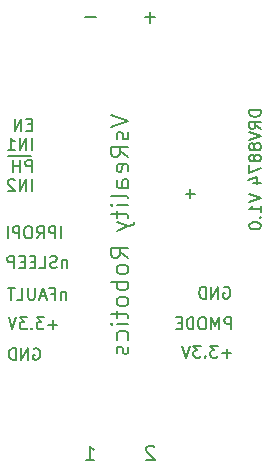
<source format=gbr>
%TF.GenerationSoftware,KiCad,Pcbnew,(7.0.0)*%
%TF.CreationDate,2023-05-21T11:30:13-07:00*%
%TF.ProjectId,DRV8874-breakout-board,44525638-3837-4342-9d62-7265616b6f75,rev?*%
%TF.SameCoordinates,Original*%
%TF.FileFunction,Legend,Bot*%
%TF.FilePolarity,Positive*%
%FSLAX46Y46*%
G04 Gerber Fmt 4.6, Leading zero omitted, Abs format (unit mm)*
G04 Created by KiCad (PCBNEW (7.0.0)) date 2023-05-21 11:30:13*
%MOMM*%
%LPD*%
G01*
G04 APERTURE LIST*
%ADD10C,0.150000*%
%ADD11C,0.160000*%
%ADD12C,0.180000*%
G04 APERTURE END LIST*
D10*
X123000000Y-89000000D02*
X121100000Y-89000000D01*
D11*
X127685714Y-114738857D02*
X128371428Y-114738857D01*
X128028571Y-114738857D02*
X128028571Y-113538857D01*
X128028571Y-113538857D02*
X128142857Y-113710285D01*
X128142857Y-113710285D02*
X128257142Y-113824571D01*
X128257142Y-113824571D02*
X128371428Y-113881714D01*
D10*
X125261904Y-103301428D02*
X124500000Y-103301428D01*
X124880952Y-103682380D02*
X124880952Y-102920476D01*
X124119047Y-102682380D02*
X123500000Y-102682380D01*
X123500000Y-102682380D02*
X123833333Y-103063333D01*
X123833333Y-103063333D02*
X123690476Y-103063333D01*
X123690476Y-103063333D02*
X123595238Y-103110952D01*
X123595238Y-103110952D02*
X123547619Y-103158571D01*
X123547619Y-103158571D02*
X123500000Y-103253809D01*
X123500000Y-103253809D02*
X123500000Y-103491904D01*
X123500000Y-103491904D02*
X123547619Y-103587142D01*
X123547619Y-103587142D02*
X123595238Y-103634761D01*
X123595238Y-103634761D02*
X123690476Y-103682380D01*
X123690476Y-103682380D02*
X123976190Y-103682380D01*
X123976190Y-103682380D02*
X124071428Y-103634761D01*
X124071428Y-103634761D02*
X124119047Y-103587142D01*
X123071428Y-103587142D02*
X123023809Y-103634761D01*
X123023809Y-103634761D02*
X123071428Y-103682380D01*
X123071428Y-103682380D02*
X123119047Y-103634761D01*
X123119047Y-103634761D02*
X123071428Y-103587142D01*
X123071428Y-103587142D02*
X123071428Y-103682380D01*
X122690476Y-102682380D02*
X122071429Y-102682380D01*
X122071429Y-102682380D02*
X122404762Y-103063333D01*
X122404762Y-103063333D02*
X122261905Y-103063333D01*
X122261905Y-103063333D02*
X122166667Y-103110952D01*
X122166667Y-103110952D02*
X122119048Y-103158571D01*
X122119048Y-103158571D02*
X122071429Y-103253809D01*
X122071429Y-103253809D02*
X122071429Y-103491904D01*
X122071429Y-103491904D02*
X122119048Y-103587142D01*
X122119048Y-103587142D02*
X122166667Y-103634761D01*
X122166667Y-103634761D02*
X122261905Y-103682380D01*
X122261905Y-103682380D02*
X122547619Y-103682380D01*
X122547619Y-103682380D02*
X122642857Y-103634761D01*
X122642857Y-103634761D02*
X122690476Y-103587142D01*
X121785714Y-102682380D02*
X121452381Y-103682380D01*
X121452381Y-103682380D02*
X121119048Y-102682380D01*
X123111904Y-90362380D02*
X123111904Y-89362380D01*
X123111904Y-89362380D02*
X122730952Y-89362380D01*
X122730952Y-89362380D02*
X122635714Y-89410000D01*
X122635714Y-89410000D02*
X122588095Y-89457619D01*
X122588095Y-89457619D02*
X122540476Y-89552857D01*
X122540476Y-89552857D02*
X122540476Y-89695714D01*
X122540476Y-89695714D02*
X122588095Y-89790952D01*
X122588095Y-89790952D02*
X122635714Y-89838571D01*
X122635714Y-89838571D02*
X122730952Y-89886190D01*
X122730952Y-89886190D02*
X123111904Y-89886190D01*
X122111904Y-90362380D02*
X122111904Y-89362380D01*
X122111904Y-89838571D02*
X121540476Y-89838571D01*
X121540476Y-90362380D02*
X121540476Y-89362380D01*
X123111904Y-91982380D02*
X123111904Y-90982380D01*
X122635714Y-91982380D02*
X122635714Y-90982380D01*
X122635714Y-90982380D02*
X122064286Y-91982380D01*
X122064286Y-91982380D02*
X122064286Y-90982380D01*
X121635714Y-91077619D02*
X121588095Y-91030000D01*
X121588095Y-91030000D02*
X121492857Y-90982380D01*
X121492857Y-90982380D02*
X121254762Y-90982380D01*
X121254762Y-90982380D02*
X121159524Y-91030000D01*
X121159524Y-91030000D02*
X121111905Y-91077619D01*
X121111905Y-91077619D02*
X121064286Y-91172857D01*
X121064286Y-91172857D02*
X121064286Y-91268095D01*
X121064286Y-91268095D02*
X121111905Y-91410952D01*
X121111905Y-91410952D02*
X121683333Y-91982380D01*
X121683333Y-91982380D02*
X121064286Y-91982380D01*
X125961904Y-100515714D02*
X125961904Y-101182380D01*
X125961904Y-100610952D02*
X125914285Y-100563333D01*
X125914285Y-100563333D02*
X125819047Y-100515714D01*
X125819047Y-100515714D02*
X125676190Y-100515714D01*
X125676190Y-100515714D02*
X125580952Y-100563333D01*
X125580952Y-100563333D02*
X125533333Y-100658571D01*
X125533333Y-100658571D02*
X125533333Y-101182380D01*
X124723809Y-100658571D02*
X125057142Y-100658571D01*
X125057142Y-101182380D02*
X125057142Y-100182380D01*
X125057142Y-100182380D02*
X124580952Y-100182380D01*
X124247618Y-100896666D02*
X123771428Y-100896666D01*
X124342856Y-101182380D02*
X124009523Y-100182380D01*
X124009523Y-100182380D02*
X123676190Y-101182380D01*
X123342856Y-100182380D02*
X123342856Y-100991904D01*
X123342856Y-100991904D02*
X123295237Y-101087142D01*
X123295237Y-101087142D02*
X123247618Y-101134761D01*
X123247618Y-101134761D02*
X123152380Y-101182380D01*
X123152380Y-101182380D02*
X122961904Y-101182380D01*
X122961904Y-101182380D02*
X122866666Y-101134761D01*
X122866666Y-101134761D02*
X122819047Y-101087142D01*
X122819047Y-101087142D02*
X122771428Y-100991904D01*
X122771428Y-100991904D02*
X122771428Y-100182380D01*
X121819047Y-101182380D02*
X122295237Y-101182380D01*
X122295237Y-101182380D02*
X122295237Y-100182380D01*
X121628570Y-100182380D02*
X121057142Y-100182380D01*
X121342856Y-101182380D02*
X121342856Y-100182380D01*
D11*
X127635714Y-77281714D02*
X128550000Y-77281714D01*
D10*
X125561904Y-95982380D02*
X125561904Y-94982380D01*
X125085714Y-95982380D02*
X125085714Y-94982380D01*
X125085714Y-94982380D02*
X124704762Y-94982380D01*
X124704762Y-94982380D02*
X124609524Y-95030000D01*
X124609524Y-95030000D02*
X124561905Y-95077619D01*
X124561905Y-95077619D02*
X124514286Y-95172857D01*
X124514286Y-95172857D02*
X124514286Y-95315714D01*
X124514286Y-95315714D02*
X124561905Y-95410952D01*
X124561905Y-95410952D02*
X124609524Y-95458571D01*
X124609524Y-95458571D02*
X124704762Y-95506190D01*
X124704762Y-95506190D02*
X125085714Y-95506190D01*
X123514286Y-95982380D02*
X123847619Y-95506190D01*
X124085714Y-95982380D02*
X124085714Y-94982380D01*
X124085714Y-94982380D02*
X123704762Y-94982380D01*
X123704762Y-94982380D02*
X123609524Y-95030000D01*
X123609524Y-95030000D02*
X123561905Y-95077619D01*
X123561905Y-95077619D02*
X123514286Y-95172857D01*
X123514286Y-95172857D02*
X123514286Y-95315714D01*
X123514286Y-95315714D02*
X123561905Y-95410952D01*
X123561905Y-95410952D02*
X123609524Y-95458571D01*
X123609524Y-95458571D02*
X123704762Y-95506190D01*
X123704762Y-95506190D02*
X124085714Y-95506190D01*
X122895238Y-94982380D02*
X122704762Y-94982380D01*
X122704762Y-94982380D02*
X122609524Y-95030000D01*
X122609524Y-95030000D02*
X122514286Y-95125238D01*
X122514286Y-95125238D02*
X122466667Y-95315714D01*
X122466667Y-95315714D02*
X122466667Y-95649047D01*
X122466667Y-95649047D02*
X122514286Y-95839523D01*
X122514286Y-95839523D02*
X122609524Y-95934761D01*
X122609524Y-95934761D02*
X122704762Y-95982380D01*
X122704762Y-95982380D02*
X122895238Y-95982380D01*
X122895238Y-95982380D02*
X122990476Y-95934761D01*
X122990476Y-95934761D02*
X123085714Y-95839523D01*
X123085714Y-95839523D02*
X123133333Y-95649047D01*
X123133333Y-95649047D02*
X123133333Y-95315714D01*
X123133333Y-95315714D02*
X123085714Y-95125238D01*
X123085714Y-95125238D02*
X122990476Y-95030000D01*
X122990476Y-95030000D02*
X122895238Y-94982380D01*
X122038095Y-95982380D02*
X122038095Y-94982380D01*
X122038095Y-94982380D02*
X121657143Y-94982380D01*
X121657143Y-94982380D02*
X121561905Y-95030000D01*
X121561905Y-95030000D02*
X121514286Y-95077619D01*
X121514286Y-95077619D02*
X121466667Y-95172857D01*
X121466667Y-95172857D02*
X121466667Y-95315714D01*
X121466667Y-95315714D02*
X121514286Y-95410952D01*
X121514286Y-95410952D02*
X121561905Y-95458571D01*
X121561905Y-95458571D02*
X121657143Y-95506190D01*
X121657143Y-95506190D02*
X122038095Y-95506190D01*
X121038095Y-95982380D02*
X121038095Y-94982380D01*
D11*
X132635714Y-77281714D02*
X133550000Y-77281714D01*
X133092857Y-77738857D02*
X133092857Y-76824571D01*
D10*
X142482380Y-85138095D02*
X141482380Y-85138095D01*
X141482380Y-85138095D02*
X141482380Y-85376190D01*
X141482380Y-85376190D02*
X141530000Y-85519047D01*
X141530000Y-85519047D02*
X141625238Y-85614285D01*
X141625238Y-85614285D02*
X141720476Y-85661904D01*
X141720476Y-85661904D02*
X141910952Y-85709523D01*
X141910952Y-85709523D02*
X142053809Y-85709523D01*
X142053809Y-85709523D02*
X142244285Y-85661904D01*
X142244285Y-85661904D02*
X142339523Y-85614285D01*
X142339523Y-85614285D02*
X142434761Y-85519047D01*
X142434761Y-85519047D02*
X142482380Y-85376190D01*
X142482380Y-85376190D02*
X142482380Y-85138095D01*
X142482380Y-86709523D02*
X142006190Y-86376190D01*
X142482380Y-86138095D02*
X141482380Y-86138095D01*
X141482380Y-86138095D02*
X141482380Y-86519047D01*
X141482380Y-86519047D02*
X141530000Y-86614285D01*
X141530000Y-86614285D02*
X141577619Y-86661904D01*
X141577619Y-86661904D02*
X141672857Y-86709523D01*
X141672857Y-86709523D02*
X141815714Y-86709523D01*
X141815714Y-86709523D02*
X141910952Y-86661904D01*
X141910952Y-86661904D02*
X141958571Y-86614285D01*
X141958571Y-86614285D02*
X142006190Y-86519047D01*
X142006190Y-86519047D02*
X142006190Y-86138095D01*
X141482380Y-86995238D02*
X142482380Y-87328571D01*
X142482380Y-87328571D02*
X141482380Y-87661904D01*
X141910952Y-88138095D02*
X141863333Y-88042857D01*
X141863333Y-88042857D02*
X141815714Y-87995238D01*
X141815714Y-87995238D02*
X141720476Y-87947619D01*
X141720476Y-87947619D02*
X141672857Y-87947619D01*
X141672857Y-87947619D02*
X141577619Y-87995238D01*
X141577619Y-87995238D02*
X141530000Y-88042857D01*
X141530000Y-88042857D02*
X141482380Y-88138095D01*
X141482380Y-88138095D02*
X141482380Y-88328571D01*
X141482380Y-88328571D02*
X141530000Y-88423809D01*
X141530000Y-88423809D02*
X141577619Y-88471428D01*
X141577619Y-88471428D02*
X141672857Y-88519047D01*
X141672857Y-88519047D02*
X141720476Y-88519047D01*
X141720476Y-88519047D02*
X141815714Y-88471428D01*
X141815714Y-88471428D02*
X141863333Y-88423809D01*
X141863333Y-88423809D02*
X141910952Y-88328571D01*
X141910952Y-88328571D02*
X141910952Y-88138095D01*
X141910952Y-88138095D02*
X141958571Y-88042857D01*
X141958571Y-88042857D02*
X142006190Y-87995238D01*
X142006190Y-87995238D02*
X142101428Y-87947619D01*
X142101428Y-87947619D02*
X142291904Y-87947619D01*
X142291904Y-87947619D02*
X142387142Y-87995238D01*
X142387142Y-87995238D02*
X142434761Y-88042857D01*
X142434761Y-88042857D02*
X142482380Y-88138095D01*
X142482380Y-88138095D02*
X142482380Y-88328571D01*
X142482380Y-88328571D02*
X142434761Y-88423809D01*
X142434761Y-88423809D02*
X142387142Y-88471428D01*
X142387142Y-88471428D02*
X142291904Y-88519047D01*
X142291904Y-88519047D02*
X142101428Y-88519047D01*
X142101428Y-88519047D02*
X142006190Y-88471428D01*
X142006190Y-88471428D02*
X141958571Y-88423809D01*
X141958571Y-88423809D02*
X141910952Y-88328571D01*
X141910952Y-89090476D02*
X141863333Y-88995238D01*
X141863333Y-88995238D02*
X141815714Y-88947619D01*
X141815714Y-88947619D02*
X141720476Y-88900000D01*
X141720476Y-88900000D02*
X141672857Y-88900000D01*
X141672857Y-88900000D02*
X141577619Y-88947619D01*
X141577619Y-88947619D02*
X141530000Y-88995238D01*
X141530000Y-88995238D02*
X141482380Y-89090476D01*
X141482380Y-89090476D02*
X141482380Y-89280952D01*
X141482380Y-89280952D02*
X141530000Y-89376190D01*
X141530000Y-89376190D02*
X141577619Y-89423809D01*
X141577619Y-89423809D02*
X141672857Y-89471428D01*
X141672857Y-89471428D02*
X141720476Y-89471428D01*
X141720476Y-89471428D02*
X141815714Y-89423809D01*
X141815714Y-89423809D02*
X141863333Y-89376190D01*
X141863333Y-89376190D02*
X141910952Y-89280952D01*
X141910952Y-89280952D02*
X141910952Y-89090476D01*
X141910952Y-89090476D02*
X141958571Y-88995238D01*
X141958571Y-88995238D02*
X142006190Y-88947619D01*
X142006190Y-88947619D02*
X142101428Y-88900000D01*
X142101428Y-88900000D02*
X142291904Y-88900000D01*
X142291904Y-88900000D02*
X142387142Y-88947619D01*
X142387142Y-88947619D02*
X142434761Y-88995238D01*
X142434761Y-88995238D02*
X142482380Y-89090476D01*
X142482380Y-89090476D02*
X142482380Y-89280952D01*
X142482380Y-89280952D02*
X142434761Y-89376190D01*
X142434761Y-89376190D02*
X142387142Y-89423809D01*
X142387142Y-89423809D02*
X142291904Y-89471428D01*
X142291904Y-89471428D02*
X142101428Y-89471428D01*
X142101428Y-89471428D02*
X142006190Y-89423809D01*
X142006190Y-89423809D02*
X141958571Y-89376190D01*
X141958571Y-89376190D02*
X141910952Y-89280952D01*
X141482380Y-89804762D02*
X141482380Y-90471428D01*
X141482380Y-90471428D02*
X142482380Y-90042857D01*
X141815714Y-91280952D02*
X142482380Y-91280952D01*
X141434761Y-91042857D02*
X142149047Y-90804762D01*
X142149047Y-90804762D02*
X142149047Y-91423809D01*
X141482380Y-92261905D02*
X142482380Y-92595238D01*
X142482380Y-92595238D02*
X141482380Y-92928571D01*
X142482380Y-93785714D02*
X142482380Y-93214286D01*
X142482380Y-93500000D02*
X141482380Y-93500000D01*
X141482380Y-93500000D02*
X141625238Y-93404762D01*
X141625238Y-93404762D02*
X141720476Y-93309524D01*
X141720476Y-93309524D02*
X141768095Y-93214286D01*
X142387142Y-94214286D02*
X142434761Y-94261905D01*
X142434761Y-94261905D02*
X142482380Y-94214286D01*
X142482380Y-94214286D02*
X142434761Y-94166667D01*
X142434761Y-94166667D02*
X142387142Y-94214286D01*
X142387142Y-94214286D02*
X142482380Y-94214286D01*
X141482380Y-94880952D02*
X141482380Y-94976190D01*
X141482380Y-94976190D02*
X141530000Y-95071428D01*
X141530000Y-95071428D02*
X141577619Y-95119047D01*
X141577619Y-95119047D02*
X141672857Y-95166666D01*
X141672857Y-95166666D02*
X141863333Y-95214285D01*
X141863333Y-95214285D02*
X142101428Y-95214285D01*
X142101428Y-95214285D02*
X142291904Y-95166666D01*
X142291904Y-95166666D02*
X142387142Y-95119047D01*
X142387142Y-95119047D02*
X142434761Y-95071428D01*
X142434761Y-95071428D02*
X142482380Y-94976190D01*
X142482380Y-94976190D02*
X142482380Y-94880952D01*
X142482380Y-94880952D02*
X142434761Y-94785714D01*
X142434761Y-94785714D02*
X142387142Y-94738095D01*
X142387142Y-94738095D02*
X142291904Y-94690476D01*
X142291904Y-94690476D02*
X142101428Y-94642857D01*
X142101428Y-94642857D02*
X141863333Y-94642857D01*
X141863333Y-94642857D02*
X141672857Y-94690476D01*
X141672857Y-94690476D02*
X141577619Y-94738095D01*
X141577619Y-94738095D02*
X141530000Y-94785714D01*
X141530000Y-94785714D02*
X141482380Y-94880952D01*
X136138095Y-92201428D02*
X136900000Y-92201428D01*
X136519047Y-92582380D02*
X136519047Y-91820476D01*
D11*
X133471428Y-113653142D02*
X133414285Y-113596000D01*
X133414285Y-113596000D02*
X133300000Y-113538857D01*
X133300000Y-113538857D02*
X133014285Y-113538857D01*
X133014285Y-113538857D02*
X132900000Y-113596000D01*
X132900000Y-113596000D02*
X132842857Y-113653142D01*
X132842857Y-113653142D02*
X132785714Y-113767428D01*
X132785714Y-113767428D02*
X132785714Y-113881714D01*
X132785714Y-113881714D02*
X132842857Y-114053142D01*
X132842857Y-114053142D02*
X133528571Y-114738857D01*
X133528571Y-114738857D02*
X132785714Y-114738857D01*
D10*
X139338095Y-100130000D02*
X139433333Y-100082380D01*
X139433333Y-100082380D02*
X139576190Y-100082380D01*
X139576190Y-100082380D02*
X139719047Y-100130000D01*
X139719047Y-100130000D02*
X139814285Y-100225238D01*
X139814285Y-100225238D02*
X139861904Y-100320476D01*
X139861904Y-100320476D02*
X139909523Y-100510952D01*
X139909523Y-100510952D02*
X139909523Y-100653809D01*
X139909523Y-100653809D02*
X139861904Y-100844285D01*
X139861904Y-100844285D02*
X139814285Y-100939523D01*
X139814285Y-100939523D02*
X139719047Y-101034761D01*
X139719047Y-101034761D02*
X139576190Y-101082380D01*
X139576190Y-101082380D02*
X139480952Y-101082380D01*
X139480952Y-101082380D02*
X139338095Y-101034761D01*
X139338095Y-101034761D02*
X139290476Y-100987142D01*
X139290476Y-100987142D02*
X139290476Y-100653809D01*
X139290476Y-100653809D02*
X139480952Y-100653809D01*
X138861904Y-101082380D02*
X138861904Y-100082380D01*
X138861904Y-100082380D02*
X138290476Y-101082380D01*
X138290476Y-101082380D02*
X138290476Y-100082380D01*
X137814285Y-101082380D02*
X137814285Y-100082380D01*
X137814285Y-100082380D02*
X137576190Y-100082380D01*
X137576190Y-100082380D02*
X137433333Y-100130000D01*
X137433333Y-100130000D02*
X137338095Y-100225238D01*
X137338095Y-100225238D02*
X137290476Y-100320476D01*
X137290476Y-100320476D02*
X137242857Y-100510952D01*
X137242857Y-100510952D02*
X137242857Y-100653809D01*
X137242857Y-100653809D02*
X137290476Y-100844285D01*
X137290476Y-100844285D02*
X137338095Y-100939523D01*
X137338095Y-100939523D02*
X137433333Y-101034761D01*
X137433333Y-101034761D02*
X137576190Y-101082380D01*
X137576190Y-101082380D02*
X137814285Y-101082380D01*
X123111904Y-86338571D02*
X122778571Y-86338571D01*
X122635714Y-86862380D02*
X123111904Y-86862380D01*
X123111904Y-86862380D02*
X123111904Y-85862380D01*
X123111904Y-85862380D02*
X122635714Y-85862380D01*
X122207142Y-86862380D02*
X122207142Y-85862380D01*
X122207142Y-85862380D02*
X121635714Y-86862380D01*
X121635714Y-86862380D02*
X121635714Y-85862380D01*
X123111904Y-88482380D02*
X123111904Y-87482380D01*
X122635714Y-88482380D02*
X122635714Y-87482380D01*
X122635714Y-87482380D02*
X122064286Y-88482380D01*
X122064286Y-88482380D02*
X122064286Y-87482380D01*
X121064286Y-88482380D02*
X121635714Y-88482380D01*
X121350000Y-88482380D02*
X121350000Y-87482380D01*
X121350000Y-87482380D02*
X121445238Y-87625238D01*
X121445238Y-87625238D02*
X121540476Y-87720476D01*
X121540476Y-87720476D02*
X121635714Y-87768095D01*
X139961904Y-103682380D02*
X139961904Y-102682380D01*
X139961904Y-102682380D02*
X139580952Y-102682380D01*
X139580952Y-102682380D02*
X139485714Y-102730000D01*
X139485714Y-102730000D02*
X139438095Y-102777619D01*
X139438095Y-102777619D02*
X139390476Y-102872857D01*
X139390476Y-102872857D02*
X139390476Y-103015714D01*
X139390476Y-103015714D02*
X139438095Y-103110952D01*
X139438095Y-103110952D02*
X139485714Y-103158571D01*
X139485714Y-103158571D02*
X139580952Y-103206190D01*
X139580952Y-103206190D02*
X139961904Y-103206190D01*
X138961904Y-103682380D02*
X138961904Y-102682380D01*
X138961904Y-102682380D02*
X138628571Y-103396666D01*
X138628571Y-103396666D02*
X138295238Y-102682380D01*
X138295238Y-102682380D02*
X138295238Y-103682380D01*
X137628571Y-102682380D02*
X137438095Y-102682380D01*
X137438095Y-102682380D02*
X137342857Y-102730000D01*
X137342857Y-102730000D02*
X137247619Y-102825238D01*
X137247619Y-102825238D02*
X137200000Y-103015714D01*
X137200000Y-103015714D02*
X137200000Y-103349047D01*
X137200000Y-103349047D02*
X137247619Y-103539523D01*
X137247619Y-103539523D02*
X137342857Y-103634761D01*
X137342857Y-103634761D02*
X137438095Y-103682380D01*
X137438095Y-103682380D02*
X137628571Y-103682380D01*
X137628571Y-103682380D02*
X137723809Y-103634761D01*
X137723809Y-103634761D02*
X137819047Y-103539523D01*
X137819047Y-103539523D02*
X137866666Y-103349047D01*
X137866666Y-103349047D02*
X137866666Y-103015714D01*
X137866666Y-103015714D02*
X137819047Y-102825238D01*
X137819047Y-102825238D02*
X137723809Y-102730000D01*
X137723809Y-102730000D02*
X137628571Y-102682380D01*
X136771428Y-103682380D02*
X136771428Y-102682380D01*
X136771428Y-102682380D02*
X136533333Y-102682380D01*
X136533333Y-102682380D02*
X136390476Y-102730000D01*
X136390476Y-102730000D02*
X136295238Y-102825238D01*
X136295238Y-102825238D02*
X136247619Y-102920476D01*
X136247619Y-102920476D02*
X136200000Y-103110952D01*
X136200000Y-103110952D02*
X136200000Y-103253809D01*
X136200000Y-103253809D02*
X136247619Y-103444285D01*
X136247619Y-103444285D02*
X136295238Y-103539523D01*
X136295238Y-103539523D02*
X136390476Y-103634761D01*
X136390476Y-103634761D02*
X136533333Y-103682380D01*
X136533333Y-103682380D02*
X136771428Y-103682380D01*
X135771428Y-103158571D02*
X135438095Y-103158571D01*
X135295238Y-103682380D02*
X135771428Y-103682380D01*
X135771428Y-103682380D02*
X135771428Y-102682380D01*
X135771428Y-102682380D02*
X135295238Y-102682380D01*
X123238095Y-105330000D02*
X123333333Y-105282380D01*
X123333333Y-105282380D02*
X123476190Y-105282380D01*
X123476190Y-105282380D02*
X123619047Y-105330000D01*
X123619047Y-105330000D02*
X123714285Y-105425238D01*
X123714285Y-105425238D02*
X123761904Y-105520476D01*
X123761904Y-105520476D02*
X123809523Y-105710952D01*
X123809523Y-105710952D02*
X123809523Y-105853809D01*
X123809523Y-105853809D02*
X123761904Y-106044285D01*
X123761904Y-106044285D02*
X123714285Y-106139523D01*
X123714285Y-106139523D02*
X123619047Y-106234761D01*
X123619047Y-106234761D02*
X123476190Y-106282380D01*
X123476190Y-106282380D02*
X123380952Y-106282380D01*
X123380952Y-106282380D02*
X123238095Y-106234761D01*
X123238095Y-106234761D02*
X123190476Y-106187142D01*
X123190476Y-106187142D02*
X123190476Y-105853809D01*
X123190476Y-105853809D02*
X123380952Y-105853809D01*
X122761904Y-106282380D02*
X122761904Y-105282380D01*
X122761904Y-105282380D02*
X122190476Y-106282380D01*
X122190476Y-106282380D02*
X122190476Y-105282380D01*
X121714285Y-106282380D02*
X121714285Y-105282380D01*
X121714285Y-105282380D02*
X121476190Y-105282380D01*
X121476190Y-105282380D02*
X121333333Y-105330000D01*
X121333333Y-105330000D02*
X121238095Y-105425238D01*
X121238095Y-105425238D02*
X121190476Y-105520476D01*
X121190476Y-105520476D02*
X121142857Y-105710952D01*
X121142857Y-105710952D02*
X121142857Y-105853809D01*
X121142857Y-105853809D02*
X121190476Y-106044285D01*
X121190476Y-106044285D02*
X121238095Y-106139523D01*
X121238095Y-106139523D02*
X121333333Y-106234761D01*
X121333333Y-106234761D02*
X121476190Y-106282380D01*
X121476190Y-106282380D02*
X121714285Y-106282380D01*
X126061904Y-97815714D02*
X126061904Y-98482380D01*
X126061904Y-97910952D02*
X126014285Y-97863333D01*
X126014285Y-97863333D02*
X125919047Y-97815714D01*
X125919047Y-97815714D02*
X125776190Y-97815714D01*
X125776190Y-97815714D02*
X125680952Y-97863333D01*
X125680952Y-97863333D02*
X125633333Y-97958571D01*
X125633333Y-97958571D02*
X125633333Y-98482380D01*
X125204761Y-98434761D02*
X125061904Y-98482380D01*
X125061904Y-98482380D02*
X124823809Y-98482380D01*
X124823809Y-98482380D02*
X124728571Y-98434761D01*
X124728571Y-98434761D02*
X124680952Y-98387142D01*
X124680952Y-98387142D02*
X124633333Y-98291904D01*
X124633333Y-98291904D02*
X124633333Y-98196666D01*
X124633333Y-98196666D02*
X124680952Y-98101428D01*
X124680952Y-98101428D02*
X124728571Y-98053809D01*
X124728571Y-98053809D02*
X124823809Y-98006190D01*
X124823809Y-98006190D02*
X125014285Y-97958571D01*
X125014285Y-97958571D02*
X125109523Y-97910952D01*
X125109523Y-97910952D02*
X125157142Y-97863333D01*
X125157142Y-97863333D02*
X125204761Y-97768095D01*
X125204761Y-97768095D02*
X125204761Y-97672857D01*
X125204761Y-97672857D02*
X125157142Y-97577619D01*
X125157142Y-97577619D02*
X125109523Y-97530000D01*
X125109523Y-97530000D02*
X125014285Y-97482380D01*
X125014285Y-97482380D02*
X124776190Y-97482380D01*
X124776190Y-97482380D02*
X124633333Y-97530000D01*
X123728571Y-98482380D02*
X124204761Y-98482380D01*
X124204761Y-98482380D02*
X124204761Y-97482380D01*
X123395237Y-97958571D02*
X123061904Y-97958571D01*
X122919047Y-98482380D02*
X123395237Y-98482380D01*
X123395237Y-98482380D02*
X123395237Y-97482380D01*
X123395237Y-97482380D02*
X122919047Y-97482380D01*
X122490475Y-97958571D02*
X122157142Y-97958571D01*
X122014285Y-98482380D02*
X122490475Y-98482380D01*
X122490475Y-98482380D02*
X122490475Y-97482380D01*
X122490475Y-97482380D02*
X122014285Y-97482380D01*
X121585713Y-98482380D02*
X121585713Y-97482380D01*
X121585713Y-97482380D02*
X121204761Y-97482380D01*
X121204761Y-97482380D02*
X121109523Y-97530000D01*
X121109523Y-97530000D02*
X121061904Y-97577619D01*
X121061904Y-97577619D02*
X121014285Y-97672857D01*
X121014285Y-97672857D02*
X121014285Y-97815714D01*
X121014285Y-97815714D02*
X121061904Y-97910952D01*
X121061904Y-97910952D02*
X121109523Y-97958571D01*
X121109523Y-97958571D02*
X121204761Y-98006190D01*
X121204761Y-98006190D02*
X121585713Y-98006190D01*
X139961904Y-105701428D02*
X139200000Y-105701428D01*
X139580952Y-106082380D02*
X139580952Y-105320476D01*
X138819047Y-105082380D02*
X138200000Y-105082380D01*
X138200000Y-105082380D02*
X138533333Y-105463333D01*
X138533333Y-105463333D02*
X138390476Y-105463333D01*
X138390476Y-105463333D02*
X138295238Y-105510952D01*
X138295238Y-105510952D02*
X138247619Y-105558571D01*
X138247619Y-105558571D02*
X138200000Y-105653809D01*
X138200000Y-105653809D02*
X138200000Y-105891904D01*
X138200000Y-105891904D02*
X138247619Y-105987142D01*
X138247619Y-105987142D02*
X138295238Y-106034761D01*
X138295238Y-106034761D02*
X138390476Y-106082380D01*
X138390476Y-106082380D02*
X138676190Y-106082380D01*
X138676190Y-106082380D02*
X138771428Y-106034761D01*
X138771428Y-106034761D02*
X138819047Y-105987142D01*
X137771428Y-105987142D02*
X137723809Y-106034761D01*
X137723809Y-106034761D02*
X137771428Y-106082380D01*
X137771428Y-106082380D02*
X137819047Y-106034761D01*
X137819047Y-106034761D02*
X137771428Y-105987142D01*
X137771428Y-105987142D02*
X137771428Y-106082380D01*
X137390476Y-105082380D02*
X136771429Y-105082380D01*
X136771429Y-105082380D02*
X137104762Y-105463333D01*
X137104762Y-105463333D02*
X136961905Y-105463333D01*
X136961905Y-105463333D02*
X136866667Y-105510952D01*
X136866667Y-105510952D02*
X136819048Y-105558571D01*
X136819048Y-105558571D02*
X136771429Y-105653809D01*
X136771429Y-105653809D02*
X136771429Y-105891904D01*
X136771429Y-105891904D02*
X136819048Y-105987142D01*
X136819048Y-105987142D02*
X136866667Y-106034761D01*
X136866667Y-106034761D02*
X136961905Y-106082380D01*
X136961905Y-106082380D02*
X137247619Y-106082380D01*
X137247619Y-106082380D02*
X137342857Y-106034761D01*
X137342857Y-106034761D02*
X137390476Y-105987142D01*
X136485714Y-105082380D02*
X136152381Y-106082380D01*
X136152381Y-106082380D02*
X135819048Y-105082380D01*
D12*
X129773571Y-85542857D02*
X131273571Y-86042857D01*
X131273571Y-86042857D02*
X129773571Y-86542857D01*
X131202142Y-86971428D02*
X131273571Y-87114285D01*
X131273571Y-87114285D02*
X131273571Y-87399999D01*
X131273571Y-87399999D02*
X131202142Y-87542856D01*
X131202142Y-87542856D02*
X131059285Y-87614285D01*
X131059285Y-87614285D02*
X130987857Y-87614285D01*
X130987857Y-87614285D02*
X130845000Y-87542856D01*
X130845000Y-87542856D02*
X130773571Y-87399999D01*
X130773571Y-87399999D02*
X130773571Y-87185714D01*
X130773571Y-87185714D02*
X130702142Y-87042856D01*
X130702142Y-87042856D02*
X130559285Y-86971428D01*
X130559285Y-86971428D02*
X130487857Y-86971428D01*
X130487857Y-86971428D02*
X130345000Y-87042856D01*
X130345000Y-87042856D02*
X130273571Y-87185714D01*
X130273571Y-87185714D02*
X130273571Y-87399999D01*
X130273571Y-87399999D02*
X130345000Y-87542856D01*
X131273571Y-89114285D02*
X130559285Y-88614285D01*
X131273571Y-88257142D02*
X129773571Y-88257142D01*
X129773571Y-88257142D02*
X129773571Y-88828571D01*
X129773571Y-88828571D02*
X129845000Y-88971428D01*
X129845000Y-88971428D02*
X129916428Y-89042857D01*
X129916428Y-89042857D02*
X130059285Y-89114285D01*
X130059285Y-89114285D02*
X130273571Y-89114285D01*
X130273571Y-89114285D02*
X130416428Y-89042857D01*
X130416428Y-89042857D02*
X130487857Y-88971428D01*
X130487857Y-88971428D02*
X130559285Y-88828571D01*
X130559285Y-88828571D02*
X130559285Y-88257142D01*
X131202142Y-90328571D02*
X131273571Y-90185714D01*
X131273571Y-90185714D02*
X131273571Y-89900000D01*
X131273571Y-89900000D02*
X131202142Y-89757142D01*
X131202142Y-89757142D02*
X131059285Y-89685714D01*
X131059285Y-89685714D02*
X130487857Y-89685714D01*
X130487857Y-89685714D02*
X130345000Y-89757142D01*
X130345000Y-89757142D02*
X130273571Y-89900000D01*
X130273571Y-89900000D02*
X130273571Y-90185714D01*
X130273571Y-90185714D02*
X130345000Y-90328571D01*
X130345000Y-90328571D02*
X130487857Y-90400000D01*
X130487857Y-90400000D02*
X130630714Y-90400000D01*
X130630714Y-90400000D02*
X130773571Y-89685714D01*
X131273571Y-91685714D02*
X130487857Y-91685714D01*
X130487857Y-91685714D02*
X130345000Y-91614285D01*
X130345000Y-91614285D02*
X130273571Y-91471428D01*
X130273571Y-91471428D02*
X130273571Y-91185714D01*
X130273571Y-91185714D02*
X130345000Y-91042856D01*
X131202142Y-91685714D02*
X131273571Y-91542856D01*
X131273571Y-91542856D02*
X131273571Y-91185714D01*
X131273571Y-91185714D02*
X131202142Y-91042856D01*
X131202142Y-91042856D02*
X131059285Y-90971428D01*
X131059285Y-90971428D02*
X130916428Y-90971428D01*
X130916428Y-90971428D02*
X130773571Y-91042856D01*
X130773571Y-91042856D02*
X130702142Y-91185714D01*
X130702142Y-91185714D02*
X130702142Y-91542856D01*
X130702142Y-91542856D02*
X130630714Y-91685714D01*
X131273571Y-92614285D02*
X131202142Y-92471428D01*
X131202142Y-92471428D02*
X131059285Y-92399999D01*
X131059285Y-92399999D02*
X129773571Y-92399999D01*
X131273571Y-93185713D02*
X130273571Y-93185713D01*
X129773571Y-93185713D02*
X129845000Y-93114285D01*
X129845000Y-93114285D02*
X129916428Y-93185713D01*
X129916428Y-93185713D02*
X129845000Y-93257142D01*
X129845000Y-93257142D02*
X129773571Y-93185713D01*
X129773571Y-93185713D02*
X129916428Y-93185713D01*
X130273571Y-93685714D02*
X130273571Y-94257142D01*
X129773571Y-93899999D02*
X131059285Y-93899999D01*
X131059285Y-93899999D02*
X131202142Y-93971428D01*
X131202142Y-93971428D02*
X131273571Y-94114285D01*
X131273571Y-94114285D02*
X131273571Y-94257142D01*
X130273571Y-94614285D02*
X131273571Y-94971428D01*
X130273571Y-95328571D02*
X131273571Y-94971428D01*
X131273571Y-94971428D02*
X131630714Y-94828571D01*
X131630714Y-94828571D02*
X131702142Y-94757142D01*
X131702142Y-94757142D02*
X131773571Y-94614285D01*
X131273571Y-97657142D02*
X130559285Y-97157142D01*
X131273571Y-96799999D02*
X129773571Y-96799999D01*
X129773571Y-96799999D02*
X129773571Y-97371428D01*
X129773571Y-97371428D02*
X129845000Y-97514285D01*
X129845000Y-97514285D02*
X129916428Y-97585714D01*
X129916428Y-97585714D02*
X130059285Y-97657142D01*
X130059285Y-97657142D02*
X130273571Y-97657142D01*
X130273571Y-97657142D02*
X130416428Y-97585714D01*
X130416428Y-97585714D02*
X130487857Y-97514285D01*
X130487857Y-97514285D02*
X130559285Y-97371428D01*
X130559285Y-97371428D02*
X130559285Y-96799999D01*
X131273571Y-98514285D02*
X131202142Y-98371428D01*
X131202142Y-98371428D02*
X131130714Y-98299999D01*
X131130714Y-98299999D02*
X130987857Y-98228571D01*
X130987857Y-98228571D02*
X130559285Y-98228571D01*
X130559285Y-98228571D02*
X130416428Y-98299999D01*
X130416428Y-98299999D02*
X130345000Y-98371428D01*
X130345000Y-98371428D02*
X130273571Y-98514285D01*
X130273571Y-98514285D02*
X130273571Y-98728571D01*
X130273571Y-98728571D02*
X130345000Y-98871428D01*
X130345000Y-98871428D02*
X130416428Y-98942857D01*
X130416428Y-98942857D02*
X130559285Y-99014285D01*
X130559285Y-99014285D02*
X130987857Y-99014285D01*
X130987857Y-99014285D02*
X131130714Y-98942857D01*
X131130714Y-98942857D02*
X131202142Y-98871428D01*
X131202142Y-98871428D02*
X131273571Y-98728571D01*
X131273571Y-98728571D02*
X131273571Y-98514285D01*
X131273571Y-99657142D02*
X129773571Y-99657142D01*
X130345000Y-99657142D02*
X130273571Y-99800000D01*
X130273571Y-99800000D02*
X130273571Y-100085714D01*
X130273571Y-100085714D02*
X130345000Y-100228571D01*
X130345000Y-100228571D02*
X130416428Y-100300000D01*
X130416428Y-100300000D02*
X130559285Y-100371428D01*
X130559285Y-100371428D02*
X130987857Y-100371428D01*
X130987857Y-100371428D02*
X131130714Y-100300000D01*
X131130714Y-100300000D02*
X131202142Y-100228571D01*
X131202142Y-100228571D02*
X131273571Y-100085714D01*
X131273571Y-100085714D02*
X131273571Y-99800000D01*
X131273571Y-99800000D02*
X131202142Y-99657142D01*
X131273571Y-101228571D02*
X131202142Y-101085714D01*
X131202142Y-101085714D02*
X131130714Y-101014285D01*
X131130714Y-101014285D02*
X130987857Y-100942857D01*
X130987857Y-100942857D02*
X130559285Y-100942857D01*
X130559285Y-100942857D02*
X130416428Y-101014285D01*
X130416428Y-101014285D02*
X130345000Y-101085714D01*
X130345000Y-101085714D02*
X130273571Y-101228571D01*
X130273571Y-101228571D02*
X130273571Y-101442857D01*
X130273571Y-101442857D02*
X130345000Y-101585714D01*
X130345000Y-101585714D02*
X130416428Y-101657143D01*
X130416428Y-101657143D02*
X130559285Y-101728571D01*
X130559285Y-101728571D02*
X130987857Y-101728571D01*
X130987857Y-101728571D02*
X131130714Y-101657143D01*
X131130714Y-101657143D02*
X131202142Y-101585714D01*
X131202142Y-101585714D02*
X131273571Y-101442857D01*
X131273571Y-101442857D02*
X131273571Y-101228571D01*
X130273571Y-102157143D02*
X130273571Y-102728571D01*
X129773571Y-102371428D02*
X131059285Y-102371428D01*
X131059285Y-102371428D02*
X131202142Y-102442857D01*
X131202142Y-102442857D02*
X131273571Y-102585714D01*
X131273571Y-102585714D02*
X131273571Y-102728571D01*
X131273571Y-103228571D02*
X130273571Y-103228571D01*
X129773571Y-103228571D02*
X129845000Y-103157143D01*
X129845000Y-103157143D02*
X129916428Y-103228571D01*
X129916428Y-103228571D02*
X129845000Y-103300000D01*
X129845000Y-103300000D02*
X129773571Y-103228571D01*
X129773571Y-103228571D02*
X129916428Y-103228571D01*
X131202142Y-104585715D02*
X131273571Y-104442857D01*
X131273571Y-104442857D02*
X131273571Y-104157143D01*
X131273571Y-104157143D02*
X131202142Y-104014286D01*
X131202142Y-104014286D02*
X131130714Y-103942857D01*
X131130714Y-103942857D02*
X130987857Y-103871429D01*
X130987857Y-103871429D02*
X130559285Y-103871429D01*
X130559285Y-103871429D02*
X130416428Y-103942857D01*
X130416428Y-103942857D02*
X130345000Y-104014286D01*
X130345000Y-104014286D02*
X130273571Y-104157143D01*
X130273571Y-104157143D02*
X130273571Y-104442857D01*
X130273571Y-104442857D02*
X130345000Y-104585715D01*
X131202142Y-105157143D02*
X131273571Y-105300000D01*
X131273571Y-105300000D02*
X131273571Y-105585714D01*
X131273571Y-105585714D02*
X131202142Y-105728571D01*
X131202142Y-105728571D02*
X131059285Y-105800000D01*
X131059285Y-105800000D02*
X130987857Y-105800000D01*
X130987857Y-105800000D02*
X130845000Y-105728571D01*
X130845000Y-105728571D02*
X130773571Y-105585714D01*
X130773571Y-105585714D02*
X130773571Y-105371429D01*
X130773571Y-105371429D02*
X130702142Y-105228571D01*
X130702142Y-105228571D02*
X130559285Y-105157143D01*
X130559285Y-105157143D02*
X130487857Y-105157143D01*
X130487857Y-105157143D02*
X130345000Y-105228571D01*
X130345000Y-105228571D02*
X130273571Y-105371429D01*
X130273571Y-105371429D02*
X130273571Y-105585714D01*
X130273571Y-105585714D02*
X130345000Y-105728571D01*
M02*

</source>
